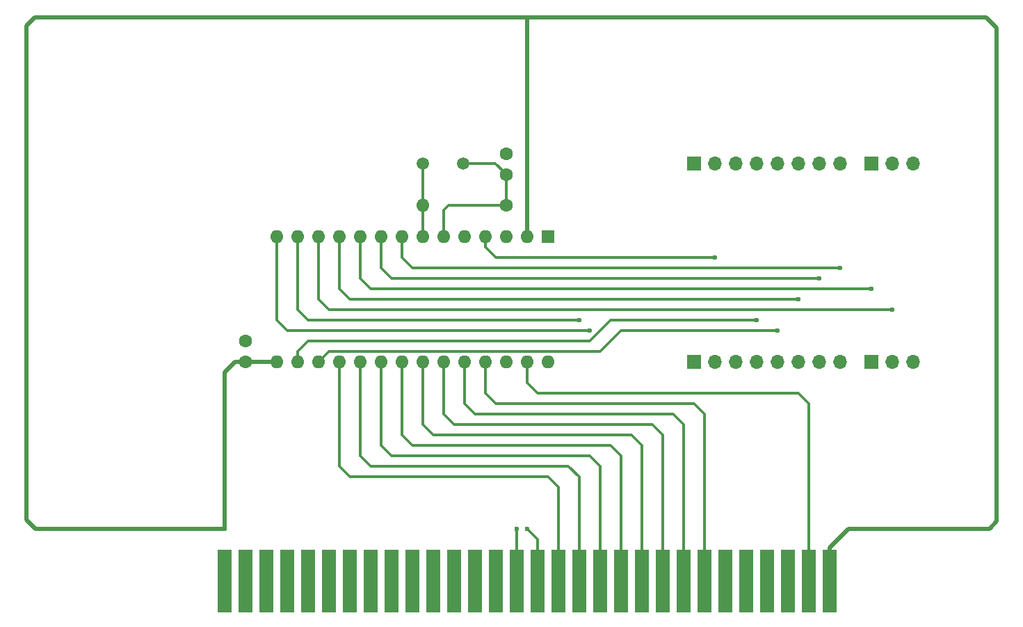
<source format=gbr>
%TF.GenerationSoftware,KiCad,Pcbnew,7.0.6*%
%TF.CreationDate,2023-07-08T15:29:37+08:00*%
%TF.ProjectId,SerialBoard,53657269-616c-4426-9f61-72642e6b6963,rev?*%
%TF.SameCoordinates,Original*%
%TF.FileFunction,Copper,L1,Top*%
%TF.FilePolarity,Positive*%
%FSLAX46Y46*%
G04 Gerber Fmt 4.6, Leading zero omitted, Abs format (unit mm)*
G04 Created by KiCad (PCBNEW 7.0.6) date 2023-07-08 15:29:37*
%MOMM*%
%LPD*%
G01*
G04 APERTURE LIST*
%TA.AperFunction,ComponentPad*%
%ADD10R,1.600000X1.600000*%
%TD*%
%TA.AperFunction,ComponentPad*%
%ADD11O,1.600000X1.600000*%
%TD*%
%TA.AperFunction,ConnectorPad*%
%ADD12R,1.780000X7.620000*%
%TD*%
%TA.AperFunction,ComponentPad*%
%ADD13R,1.700000X1.700000*%
%TD*%
%TA.AperFunction,ComponentPad*%
%ADD14O,1.700000X1.700000*%
%TD*%
%TA.AperFunction,ComponentPad*%
%ADD15C,1.600000*%
%TD*%
%TA.AperFunction,ComponentPad*%
%ADD16C,1.500000*%
%TD*%
%TA.AperFunction,ViaPad*%
%ADD17C,0.600000*%
%TD*%
%TA.AperFunction,Conductor*%
%ADD18C,0.300000*%
%TD*%
%TA.AperFunction,Conductor*%
%ADD19C,0.500000*%
%TD*%
G04 APERTURE END LIST*
D10*
%TO.P,U1,1,GND*%
%TO.N,GND*%
X158750000Y-88900000D03*
D11*
%TO.P,U1,2,CS0*%
%TO.N,+5V*%
X156210000Y-88900000D03*
%TO.P,U1,3,~{CS1}*%
%TO.N,PORTCSB*%
X153670000Y-88900000D03*
%TO.P,U1,4,~{RESET}*%
%TO.N,RESET*%
X151130000Y-88900000D03*
%TO.P,U1,5,Rx_CLK*%
%TO.N,unconnected-(U1-Rx_CLK-Pad5)*%
X148590000Y-88900000D03*
%TO.P,U1,6,XTLI*%
%TO.N,Net-(U1-XTLI)*%
X146050000Y-88900000D03*
%TO.P,U1,7,XLT0*%
%TO.N,Net-(U1-XLT0)*%
X143510000Y-88900000D03*
%TO.P,U1,8,~{RTS}*%
%TO.N,RTS*%
X140970000Y-88900000D03*
%TO.P,U1,9,~{CTS}*%
%TO.N,CTS*%
X138430000Y-88900000D03*
%TO.P,U1,10,Tx_Data*%
%TO.N,TX*%
X135890000Y-88900000D03*
%TO.P,U1,11,~{DTR}*%
%TO.N,DTR*%
X133350000Y-88900000D03*
%TO.P,U1,12,Rx_Data*%
%TO.N,RX*%
X130810000Y-88900000D03*
%TO.P,U1,13,RS0*%
%TO.N,/A0*%
X128270000Y-88900000D03*
%TO.P,U1,14,RS1*%
%TO.N,/A1*%
X125730000Y-88900000D03*
%TO.P,U1,15,VCC*%
%TO.N,+5V*%
X125730000Y-104140000D03*
%TO.P,U1,16,~{DCD}*%
%TO.N,DCD*%
X128270000Y-104140000D03*
%TO.P,U1,17,~{DSR}*%
%TO.N,DSR*%
X130810000Y-104140000D03*
%TO.P,U1,18,D0*%
%TO.N,/D0*%
X133350000Y-104140000D03*
%TO.P,U1,19,D1*%
%TO.N,/D1*%
X135890000Y-104140000D03*
%TO.P,U1,20,D2*%
%TO.N,/D2*%
X138430000Y-104140000D03*
%TO.P,U1,21,D3*%
%TO.N,/D3*%
X140970000Y-104140000D03*
%TO.P,U1,22,D4*%
%TO.N,/D4*%
X143510000Y-104140000D03*
%TO.P,U1,23,D5*%
%TO.N,/D5*%
X146050000Y-104140000D03*
%TO.P,U1,24,D6*%
%TO.N,/D6*%
X148590000Y-104140000D03*
%TO.P,U1,25,D7*%
%TO.N,/D7*%
X151130000Y-104140000D03*
%TO.P,U1,26,~{IRQ}*%
%TO.N,IRQB*%
X153670000Y-104140000D03*
%TO.P,U1,27,PHI2*%
%TO.N,CLOCK*%
X156210000Y-104140000D03*
%TO.P,U1,28,R/~{W}*%
%TO.N,RW*%
X158750000Y-104140000D03*
%TD*%
D12*
%TO.P,J1,2,Pin_2*%
%TO.N,+5V*%
X193040000Y-130810000D03*
%TO.P,J1,4,Pin_4*%
%TO.N,CLOCK*%
X190500000Y-130810000D03*
%TO.P,J1,6,Pin_6*%
%TO.N,unconnected-(J1-Pin_6-Pad6)*%
X187960000Y-130810000D03*
%TO.P,J1,8,Pin_8*%
%TO.N,unconnected-(J1-Pin_8-Pad8)*%
X185420000Y-130810000D03*
%TO.P,J1,10,Pin_10*%
%TO.N,unconnected-(J1-Pin_10-Pad10)*%
X182880000Y-130810000D03*
%TO.P,J1,12,Pin_12*%
%TO.N,unconnected-(J1-Pin_12-Pad12)*%
X180340000Y-130810000D03*
%TO.P,J1,14,Pin_14*%
%TO.N,/D7*%
X177800000Y-130810000D03*
%TO.P,J1,16,Pin_16*%
%TO.N,/D6*%
X175260000Y-130810000D03*
%TO.P,J1,18,Pin_18*%
%TO.N,/D5*%
X172720000Y-130810000D03*
%TO.P,J1,20,Pin_20*%
%TO.N,/D4*%
X170180000Y-130810000D03*
%TO.P,J1,22,Pin_22*%
%TO.N,/D3*%
X167640000Y-130810000D03*
%TO.P,J1,24,Pin_24*%
%TO.N,/D2*%
X165100000Y-130810000D03*
%TO.P,J1,26,Pin_26*%
%TO.N,/D1*%
X162560000Y-130810000D03*
%TO.P,J1,28,Pin_28*%
%TO.N,/D0*%
X160020000Y-130810000D03*
%TO.P,J1,30,Pin_30*%
%TO.N,PORTCSB*%
X157480000Y-130810000D03*
%TO.P,J1,32,Pin_32*%
%TO.N,RESET*%
X154940000Y-130810000D03*
%TO.P,J1,34,Pin_34*%
%TO.N,unconnected-(J1-Pin_34-Pad34)*%
X152400000Y-130810000D03*
%TO.P,J1,36,Pin_36*%
%TO.N,unconnected-(J1-Pin_36-Pad36)*%
X149860000Y-130810000D03*
%TO.P,J1,38,Pin_38*%
%TO.N,unconnected-(J1-Pin_38-Pad38)*%
X147320000Y-130810000D03*
%TO.P,J1,40,Pin_40*%
%TO.N,unconnected-(J1-Pin_40-Pad40)*%
X144780000Y-130810000D03*
%TO.P,J1,42,Pin_42*%
%TO.N,unconnected-(J1-Pin_42-Pad42)*%
X142240000Y-130810000D03*
%TO.P,J1,44,Pin_44*%
%TO.N,unconnected-(J1-Pin_44-Pad44)*%
X139700000Y-130810000D03*
%TO.P,J1,46,Pin_46*%
%TO.N,unconnected-(J1-Pin_46-Pad46)*%
X137160000Y-130810000D03*
%TO.P,J1,48,Pin_48*%
%TO.N,unconnected-(J1-Pin_48-Pad48)*%
X134620000Y-130810000D03*
%TO.P,J1,50,Pin_50*%
%TO.N,unconnected-(J1-Pin_50-Pad50)*%
X132080000Y-130810000D03*
%TO.P,J1,52,Pin_52*%
%TO.N,unconnected-(J1-Pin_52-Pad52)*%
X129540000Y-130810000D03*
%TO.P,J1,54,Pin_54*%
%TO.N,unconnected-(J1-Pin_54-Pad54)*%
X127000000Y-130810000D03*
%TO.P,J1,56,Pin_56*%
%TO.N,unconnected-(J1-Pin_56-Pad56)*%
X124460000Y-130810000D03*
%TO.P,J1,58,Pin_58*%
%TO.N,unconnected-(J1-Pin_58-Pad58)*%
X121920000Y-130810000D03*
%TO.P,J1,60,Pin_60*%
%TO.N,unconnected-(J1-Pin_60-Pad60)*%
X119380000Y-130810000D03*
%TD*%
D13*
%TO.P,J2,1,Pin_1*%
%TO.N,TX*%
X198120000Y-80010000D03*
D14*
%TO.P,J2,2,Pin_2*%
%TO.N,RX*%
X200660000Y-80010000D03*
%TO.P,J2,3,Pin_3*%
%TO.N,GND*%
X203200000Y-80010000D03*
%TD*%
D13*
%TO.P,J3,1,Pin_1*%
%TO.N,GND*%
X176530000Y-80010000D03*
D14*
%TO.P,J3,2,Pin_2*%
%TO.N,RESET*%
X179070000Y-80010000D03*
%TO.P,J3,3,Pin_3*%
%TO.N,unconnected-(J3-Pin_3-Pad3)*%
X181610000Y-80010000D03*
%TO.P,J3,4,Pin_4*%
%TO.N,DCD*%
X184150000Y-80010000D03*
%TO.P,J3,5,Pin_5*%
%TO.N,DSR*%
X186690000Y-80010000D03*
%TO.P,J3,6,Pin_6*%
%TO.N,DTR*%
X189230000Y-80010000D03*
%TO.P,J3,7,Pin_7*%
%TO.N,CTS*%
X191770000Y-80010000D03*
%TO.P,J3,8,Pin_8*%
%TO.N,RTS*%
X194310000Y-80010000D03*
%TD*%
D13*
%TO.P,J4,1,Pin_1*%
%TO.N,unconnected-(J4-Pin_1-Pad1)*%
X176530000Y-104140000D03*
D14*
%TO.P,J4,2,Pin_2*%
%TO.N,unconnected-(J4-Pin_2-Pad2)*%
X179070000Y-104140000D03*
%TO.P,J4,3,Pin_3*%
%TO.N,unconnected-(J4-Pin_3-Pad3)*%
X181610000Y-104140000D03*
%TO.P,J4,4,Pin_4*%
%TO.N,unconnected-(J4-Pin_4-Pad4)*%
X184150000Y-104140000D03*
%TO.P,J4,5,Pin_5*%
%TO.N,unconnected-(J4-Pin_5-Pad5)*%
X186690000Y-104140000D03*
%TO.P,J4,6,Pin_6*%
%TO.N,unconnected-(J4-Pin_6-Pad6)*%
X189230000Y-104140000D03*
%TO.P,J4,7,Pin_7*%
%TO.N,unconnected-(J4-Pin_7-Pad7)*%
X191770000Y-104140000D03*
%TO.P,J4,8,Pin_8*%
%TO.N,unconnected-(J4-Pin_8-Pad8)*%
X194310000Y-104140000D03*
%TD*%
D15*
%TO.P,C2,1*%
%TO.N,+5V*%
X121920000Y-104140000D03*
%TO.P,C2,2*%
%TO.N,GND*%
X121920000Y-101640000D03*
%TD*%
%TO.P,C1,1*%
%TO.N,Net-(U1-XTLI)*%
X153670000Y-81367000D03*
%TO.P,C1,2*%
%TO.N,GND*%
X153670000Y-78867000D03*
%TD*%
D13*
%TO.P,J5,1,Pin_1*%
%TO.N,unconnected-(J5-Pin_1-Pad1)*%
X198120000Y-104140000D03*
D14*
%TO.P,J5,2,Pin_2*%
%TO.N,unconnected-(J5-Pin_2-Pad2)*%
X200660000Y-104140000D03*
%TO.P,J5,3,Pin_3*%
%TO.N,unconnected-(J5-Pin_3-Pad3)*%
X203200000Y-104140000D03*
%TD*%
D16*
%TO.P,Y1,1,1*%
%TO.N,Net-(U1-XLT0)*%
X143510000Y-80010000D03*
%TO.P,Y1,2,2*%
%TO.N,Net-(U1-XTLI)*%
X148390000Y-80010000D03*
%TD*%
D15*
%TO.P,R1,1*%
%TO.N,Net-(U1-XTLI)*%
X153670000Y-85090000D03*
D11*
%TO.P,R1,2*%
%TO.N,Net-(U1-XLT0)*%
X143510000Y-85090000D03*
%TD*%
D17*
%TO.N,+5V*%
X119380000Y-124460000D03*
%TO.N,/A1*%
X163830000Y-100330000D03*
%TO.N,/A0*%
X162560000Y-99060000D03*
%TO.N,PORTCSB*%
X156210000Y-124460000D03*
%TO.N,RESET*%
X179070000Y-91440000D03*
X154940000Y-124460000D03*
%TO.N,TX*%
X198120000Y-95250000D03*
%TO.N,RX*%
X200660000Y-97790000D03*
%TO.N,DCD*%
X184150000Y-99060000D03*
%TO.N,DSR*%
X186690000Y-100330000D03*
%TO.N,DTR*%
X189230000Y-96520000D03*
%TO.N,CTS*%
X191770000Y-93980000D03*
%TO.N,RTS*%
X194310000Y-92710000D03*
%TD*%
D18*
%TO.N,Net-(U1-XLT0)*%
X143510000Y-85090000D02*
X143510000Y-80010000D01*
X143510000Y-89321000D02*
X143510000Y-85090000D01*
%TO.N,Net-(U1-XTLI)*%
X146050000Y-88900000D02*
X146050000Y-85725000D01*
X153670000Y-81323500D02*
X153670000Y-85090000D01*
X152356500Y-80010000D02*
X153670000Y-81323500D01*
X146050000Y-85725000D02*
X146685000Y-85090000D01*
X148410000Y-80010000D02*
X152356500Y-80010000D01*
X146685000Y-85090000D02*
X153670000Y-85090000D01*
D19*
%TO.N,+5V*%
X120650000Y-104140000D02*
X125730000Y-104140000D01*
X119380000Y-105410000D02*
X120650000Y-104140000D01*
X95250000Y-123367800D02*
X95250000Y-63284100D01*
X119380000Y-124460000D02*
X96342200Y-124460000D01*
X119380000Y-124460000D02*
X119380000Y-105410000D01*
X156210000Y-88900000D02*
X156210000Y-62230000D01*
X212090000Y-62230000D02*
X213360000Y-63500000D01*
X213360000Y-123609100D02*
X212509100Y-124460000D01*
X193040000Y-126784100D02*
X193040000Y-130810000D01*
X96342200Y-124460000D02*
X95250000Y-123367800D01*
X195364100Y-124460000D02*
X193040000Y-126784100D01*
X212509100Y-124460000D02*
X195364100Y-124460000D01*
X95250000Y-63284100D02*
X96304100Y-62230000D01*
X213360000Y-63500000D02*
X213360000Y-123609100D01*
X96304100Y-62230000D02*
X212090000Y-62230000D01*
D18*
%TO.N,CLOCK*%
X156210000Y-106680000D02*
X157480000Y-107950000D01*
X156210000Y-104140000D02*
X156210000Y-106680000D01*
X189230000Y-107950000D02*
X190500000Y-109220000D01*
X157480000Y-107950000D02*
X189230000Y-107950000D01*
X190500000Y-109220000D02*
X190500000Y-129971800D01*
%TO.N,/D7*%
X151130000Y-104140000D02*
X151130000Y-107950000D01*
X152400000Y-109220000D02*
X176530000Y-109220000D01*
X177800000Y-110490000D02*
X177800000Y-129971800D01*
X176530000Y-109220000D02*
X177800000Y-110490000D01*
X151130000Y-107950000D02*
X152400000Y-109220000D01*
%TO.N,/D6*%
X175260000Y-111760000D02*
X175260000Y-129971800D01*
X148590000Y-109220000D02*
X149860000Y-110490000D01*
X173990000Y-110490000D02*
X175260000Y-111760000D01*
X148590000Y-104140000D02*
X148590000Y-109220000D01*
X149860000Y-110490000D02*
X173990000Y-110490000D01*
%TO.N,/D5*%
X146050000Y-110490000D02*
X147320000Y-111760000D01*
X171450000Y-111760000D02*
X172720000Y-113030000D01*
X147320000Y-111760000D02*
X171450000Y-111760000D01*
X172720000Y-113030000D02*
X172720000Y-129971800D01*
X146050000Y-104140000D02*
X146050000Y-110490000D01*
%TO.N,/D4*%
X168910000Y-113030000D02*
X170180000Y-114300000D01*
X143510000Y-111760000D02*
X144780000Y-113030000D01*
X170180000Y-114300000D02*
X170180000Y-129971800D01*
X143510000Y-104140000D02*
X143510000Y-111760000D01*
X144780000Y-113030000D02*
X168910000Y-113030000D01*
%TO.N,/D3*%
X166370000Y-114300000D02*
X167640000Y-115570000D01*
X140970000Y-113030000D02*
X142240000Y-114300000D01*
X167640000Y-115570000D02*
X167640000Y-129971800D01*
X142240000Y-114300000D02*
X166370000Y-114300000D01*
X140970000Y-104140000D02*
X140970000Y-113030000D01*
%TO.N,/A1*%
X127000000Y-100330000D02*
X125730000Y-99060000D01*
X125730000Y-99060000D02*
X125730000Y-88900000D01*
X163830000Y-100330000D02*
X127000000Y-100330000D01*
%TO.N,/D2*%
X163830000Y-115570000D02*
X165100000Y-116840000D01*
X139700000Y-115570000D02*
X163830000Y-115570000D01*
X138430000Y-104140000D02*
X138430000Y-114300000D01*
X138430000Y-114300000D02*
X139700000Y-115570000D01*
X165100000Y-116840000D02*
X165100000Y-129971800D01*
%TO.N,/A0*%
X129540000Y-99060000D02*
X128270000Y-97790000D01*
X128270000Y-97790000D02*
X128270000Y-88900000D01*
X162560000Y-99060000D02*
X129540000Y-99060000D01*
%TO.N,/D1*%
X162560000Y-118176842D02*
X162560000Y-130149600D01*
X135890000Y-115570000D02*
X137160000Y-116840000D01*
X137160000Y-116840000D02*
X161223158Y-116840000D01*
X161223158Y-116840000D02*
X162560000Y-118176842D01*
X135890000Y-104140000D02*
X135890000Y-115570000D01*
%TO.N,/D0*%
X160020000Y-119380000D02*
X160020000Y-129971800D01*
X133350000Y-104140000D02*
X133350000Y-116840000D01*
X158750000Y-118110000D02*
X160020000Y-119380000D01*
X133350000Y-116840000D02*
X134620000Y-118110000D01*
X134620000Y-118110000D02*
X158750000Y-118110000D01*
%TO.N,PORTCSB*%
X157480000Y-129971800D02*
X157480000Y-125730000D01*
X157480000Y-125730000D02*
X156210000Y-124460000D01*
%TO.N,RESET*%
X154940000Y-124460000D02*
X154940000Y-129971800D01*
X151130000Y-88900000D02*
X151130000Y-90170000D01*
X151130000Y-90170000D02*
X152400000Y-91440000D01*
X152400000Y-91440000D02*
X179070000Y-91440000D01*
%TO.N,TX*%
X137160000Y-95250000D02*
X135890000Y-93980000D01*
X135890000Y-93980000D02*
X135890000Y-88900000D01*
X198120000Y-95250000D02*
X137160000Y-95250000D01*
%TO.N,RX*%
X130810000Y-96520000D02*
X130810000Y-88900000D01*
X200660000Y-97790000D02*
X132080000Y-97790000D01*
X132080000Y-97790000D02*
X130810000Y-96520000D01*
%TO.N,DCD*%
X184150000Y-99060000D02*
X166370000Y-99060000D01*
X128270000Y-102870000D02*
X128270000Y-104140000D01*
X163830000Y-101600000D02*
X129540000Y-101600000D01*
X166370000Y-99060000D02*
X163830000Y-101600000D01*
X129540000Y-101600000D02*
X128270000Y-102870000D01*
%TO.N,DSR*%
X167640000Y-100330000D02*
X165100000Y-102870000D01*
X132080000Y-102870000D02*
X130810000Y-104140000D01*
X186690000Y-100330000D02*
X167640000Y-100330000D01*
X165100000Y-102870000D02*
X132080000Y-102870000D01*
%TO.N,DTR*%
X134620000Y-96520000D02*
X189230000Y-96520000D01*
X133350000Y-95250000D02*
X134620000Y-96520000D01*
X133350000Y-88900000D02*
X133350000Y-95250000D01*
%TO.N,CTS*%
X138430000Y-92710000D02*
X139700000Y-93980000D01*
X138430000Y-88900000D02*
X138430000Y-92710000D01*
X139700000Y-93980000D02*
X191770000Y-93980000D01*
%TO.N,RTS*%
X140970000Y-91440000D02*
X142240000Y-92710000D01*
X140970000Y-88900000D02*
X140970000Y-91440000D01*
X142240000Y-92710000D02*
X194310000Y-92710000D01*
%TD*%
M02*

</source>
